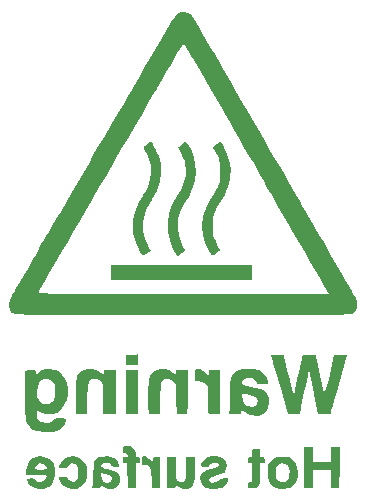
<source format=gbo>
%TF.GenerationSoftware,KiCad,Pcbnew,(5.99.0-11336-g5116fa6d12)*%
%TF.CreationDate,2021-08-09T23:44:28+02:00*%
%TF.ProjectId,CautionHot_Sign,43617574-696f-46e4-986f-745f5369676e,rev?*%
%TF.SameCoordinates,Original*%
%TF.FileFunction,Legend,Bot*%
%TF.FilePolarity,Positive*%
%FSLAX46Y46*%
G04 Gerber Fmt 4.6, Leading zero omitted, Abs format (unit mm)*
G04 Created by KiCad (PCBNEW (5.99.0-11336-g5116fa6d12)) date 2021-08-09 23:44:28*
%MOMM*%
%LPD*%
G01*
G04 APERTURE LIST*
G04 APERTURE END LIST*
%TO.C,G\u002A\u002A\u002A*%
G36*
X144285373Y-95354038D02*
G01*
X144394004Y-95512167D01*
X144526808Y-95743658D01*
X144665675Y-96014816D01*
X144792493Y-96291947D01*
X144889153Y-96541356D01*
X145058459Y-97232662D01*
X145102139Y-97992571D01*
X144999307Y-98748410D01*
X144751206Y-99491564D01*
X144359081Y-100213416D01*
X144340258Y-100242225D01*
X144049079Y-100710098D01*
X143840973Y-101102331D01*
X143701859Y-101454169D01*
X143617652Y-101800861D01*
X143574271Y-102177651D01*
X143573140Y-102194583D01*
X143584790Y-102901473D01*
X143718949Y-103531246D01*
X143978067Y-104095532D01*
X144098265Y-104305107D01*
X144180335Y-104468894D01*
X144201040Y-104542156D01*
X144176049Y-104563157D01*
X144058211Y-104654558D01*
X143883598Y-104786145D01*
X143784958Y-104855410D01*
X143626219Y-104946472D01*
X143539302Y-104967114D01*
X143450446Y-104864781D01*
X143326163Y-104658198D01*
X143186444Y-104386264D01*
X143049607Y-104086872D01*
X142933968Y-103797917D01*
X142857845Y-103557294D01*
X142822380Y-103409810D01*
X142733255Y-102966725D01*
X142695360Y-102592154D01*
X142705630Y-102231444D01*
X142761002Y-101829942D01*
X142786193Y-101693371D01*
X142894802Y-101245322D01*
X143045826Y-100834837D01*
X143259589Y-100413438D01*
X143556413Y-99932648D01*
X143596718Y-99869931D01*
X143789452Y-99540355D01*
X143960872Y-99204120D01*
X144077904Y-98925123D01*
X144183328Y-98510073D01*
X144234462Y-97951606D01*
X144201870Y-97380859D01*
X144090840Y-96834822D01*
X143906661Y-96350484D01*
X143654622Y-95964836D01*
X143617295Y-95914309D01*
X143610327Y-95835426D01*
X143686474Y-95732674D01*
X143863538Y-95572630D01*
X143996208Y-95462350D01*
X144146847Y-95347028D01*
X144223169Y-95302294D01*
X144285373Y-95354038D01*
G37*
G36*
X147210878Y-95376278D02*
G01*
X147308437Y-95469344D01*
X147426715Y-95665920D01*
X147589646Y-95980621D01*
X147774156Y-96401632D01*
X147969229Y-97129158D01*
X148030324Y-97879298D01*
X147958454Y-98627955D01*
X147754629Y-99351035D01*
X147419861Y-100024441D01*
X147240485Y-100314948D01*
X146991750Y-100736797D01*
X146809808Y-101080275D01*
X146681890Y-101372710D01*
X146595227Y-101641431D01*
X146537048Y-101913765D01*
X146535245Y-101924465D01*
X146494084Y-102615305D01*
X146601079Y-103296125D01*
X146855007Y-103959055D01*
X146871890Y-103992694D01*
X146992613Y-104233719D01*
X147083256Y-104415505D01*
X147125299Y-104500927D01*
X147109416Y-104536887D01*
X147004498Y-104642127D01*
X146831291Y-104780444D01*
X146515337Y-105012800D01*
X146375978Y-104807988D01*
X146122260Y-104386752D01*
X145826897Y-103675628D01*
X145673070Y-102937972D01*
X145660540Y-102186253D01*
X145789070Y-101432941D01*
X146058420Y-100690504D01*
X146468353Y-99971412D01*
X146817026Y-99390931D01*
X147064675Y-98786995D01*
X147185635Y-98182317D01*
X147187503Y-97551326D01*
X147158585Y-97310131D01*
X147090347Y-97002109D01*
X146976394Y-96673306D01*
X146804295Y-96289239D01*
X146561615Y-95815426D01*
X146577458Y-95778100D01*
X146682648Y-95671986D01*
X146856556Y-95532907D01*
X146982195Y-95442214D01*
X147110108Y-95372107D01*
X147210878Y-95376278D01*
G37*
G36*
X150352422Y-95649498D02*
G01*
X150633025Y-96175561D01*
X150872566Y-96881693D01*
X150982029Y-97612382D01*
X150954313Y-98335938D01*
X150945338Y-98398544D01*
X150844562Y-98913777D01*
X150693803Y-99377366D01*
X150473068Y-99840243D01*
X150162363Y-100353340D01*
X149869213Y-100834421D01*
X149660140Y-101269272D01*
X149532947Y-101684026D01*
X149474701Y-102121240D01*
X149472469Y-102623471D01*
X149491245Y-102954991D01*
X149530432Y-103259830D01*
X149598322Y-103516316D01*
X149706012Y-103779386D01*
X149814406Y-103999778D01*
X149938921Y-104222741D01*
X150033907Y-104360519D01*
X150089318Y-104425919D01*
X150109817Y-104509628D01*
X150011741Y-104596694D01*
X149863633Y-104706136D01*
X149680706Y-104849525D01*
X149623373Y-104893486D01*
X149517136Y-104945526D01*
X149421492Y-104924799D01*
X149318392Y-104815465D01*
X149189789Y-104601688D01*
X149017634Y-104267626D01*
X148852877Y-103900724D01*
X148646975Y-103199052D01*
X148585237Y-102487388D01*
X148665000Y-101746703D01*
X148751037Y-101383973D01*
X149038442Y-100618843D01*
X149467600Y-99880701D01*
X149566810Y-99726385D01*
X149739583Y-99425875D01*
X149891362Y-99128607D01*
X149903178Y-99103267D01*
X149987987Y-98904296D01*
X150042865Y-98719625D01*
X150074179Y-98508342D01*
X150088297Y-98229535D01*
X150091588Y-97842294D01*
X150091472Y-97742179D01*
X150086562Y-97385648D01*
X150069419Y-97126869D01*
X150033226Y-96923872D01*
X149971168Y-96734689D01*
X149876431Y-96517349D01*
X149756890Y-96276436D01*
X149641155Y-96075070D01*
X149558931Y-95966584D01*
X149554586Y-95962961D01*
X149477954Y-95879790D01*
X149481944Y-95799302D01*
X149581576Y-95693672D01*
X149791872Y-95535075D01*
X150127157Y-95294292D01*
X150352422Y-95649498D01*
G37*
G36*
X152818353Y-107031118D02*
G01*
X140865411Y-107031118D01*
X140865411Y-105761118D01*
X152818353Y-105761118D01*
X152818353Y-107031118D01*
G37*
G36*
X161560724Y-108607683D02*
G01*
X161647515Y-108808957D01*
X161694029Y-108958129D01*
X161707929Y-109070563D01*
X161707890Y-109082209D01*
X161647416Y-109438316D01*
X161484301Y-109724972D01*
X161236606Y-109910009D01*
X161215339Y-109916998D01*
X161147310Y-109929238D01*
X161037382Y-109940446D01*
X160879581Y-109950668D01*
X160667935Y-109959949D01*
X160396470Y-109968332D01*
X160059214Y-109975862D01*
X159650194Y-109982584D01*
X159163436Y-109988543D01*
X158592969Y-109993782D01*
X157932819Y-109998347D01*
X157177013Y-110002282D01*
X156319579Y-110005631D01*
X155354544Y-110008440D01*
X154275933Y-110010752D01*
X153077776Y-110012613D01*
X151754099Y-110014066D01*
X150298929Y-110015157D01*
X148706293Y-110015930D01*
X146970218Y-110016429D01*
X145922792Y-110016687D01*
X144281894Y-110017195D01*
X142780408Y-110017635D01*
X141412070Y-110017821D01*
X140170615Y-110017567D01*
X139049781Y-110016687D01*
X138043302Y-110014994D01*
X137144915Y-110012302D01*
X136348356Y-110008425D01*
X135647360Y-110003177D01*
X135035663Y-109996371D01*
X134507002Y-109987822D01*
X134055111Y-109977342D01*
X133673728Y-109964745D01*
X133356588Y-109949847D01*
X133097427Y-109932459D01*
X132889980Y-109912396D01*
X132727984Y-109889471D01*
X132605175Y-109863499D01*
X132515288Y-109834293D01*
X132452059Y-109801667D01*
X132409225Y-109765434D01*
X132380521Y-109725408D01*
X132359684Y-109681404D01*
X132340448Y-109633234D01*
X132316550Y-109580713D01*
X132275450Y-109497114D01*
X132218619Y-109344549D01*
X132196662Y-109188819D01*
X132215713Y-109012155D01*
X132281906Y-108796787D01*
X132401375Y-108524946D01*
X132580252Y-108178862D01*
X132611507Y-108122840D01*
X134688582Y-108122840D01*
X134691780Y-108131459D01*
X134727111Y-108144264D01*
X134805126Y-108155901D01*
X134932102Y-108166423D01*
X135114316Y-108175883D01*
X135358048Y-108184334D01*
X135669576Y-108191828D01*
X136055177Y-108198418D01*
X136521130Y-108204158D01*
X137073713Y-108209101D01*
X137719203Y-108213298D01*
X138463881Y-108216804D01*
X139314022Y-108219670D01*
X140275906Y-108221951D01*
X141355811Y-108223698D01*
X142560015Y-108224965D01*
X143894796Y-108225804D01*
X145366432Y-108226269D01*
X146981201Y-108226412D01*
X159313564Y-108226412D01*
X158804745Y-107348618D01*
X158702509Y-107172085D01*
X158516505Y-106850595D01*
X158271233Y-106426449D01*
X157975186Y-105914342D01*
X157636859Y-105328971D01*
X157264744Y-104685032D01*
X156867336Y-103997220D01*
X156453128Y-103280233D01*
X156030615Y-102548765D01*
X155707586Y-101989541D01*
X155281705Y-101252422D01*
X154866656Y-100534222D01*
X154471564Y-99850724D01*
X154105555Y-99217709D01*
X153777753Y-98650959D01*
X153497285Y-98166256D01*
X153273276Y-97779382D01*
X153114851Y-97506118D01*
X153100237Y-97480937D01*
X152924833Y-97178326D01*
X152686143Y-96766032D01*
X152394466Y-96261867D01*
X152060099Y-95683643D01*
X151693342Y-95049174D01*
X151304493Y-94376270D01*
X150903850Y-93682746D01*
X150501712Y-92986412D01*
X150303197Y-92642619D01*
X149738883Y-91665493D01*
X149243237Y-90807630D01*
X148811756Y-90061347D01*
X148439934Y-89418963D01*
X148123268Y-88872796D01*
X147857254Y-88415164D01*
X147637387Y-88038385D01*
X147459162Y-87734777D01*
X147318076Y-87496657D01*
X147209624Y-87316345D01*
X147129302Y-87186158D01*
X147072606Y-87098414D01*
X147035031Y-87045432D01*
X147012073Y-87019529D01*
X146999228Y-87013023D01*
X146965862Y-87058851D01*
X146862999Y-87222955D01*
X146697797Y-87495368D01*
X146477000Y-87864709D01*
X146207351Y-88319597D01*
X145895593Y-88848650D01*
X145548468Y-89440488D01*
X145172720Y-90083730D01*
X144775091Y-90766993D01*
X144733991Y-90837744D01*
X144365996Y-91470959D01*
X143933240Y-92215228D01*
X143445043Y-93054536D01*
X142910729Y-93972867D01*
X142339618Y-94954207D01*
X141741034Y-95982540D01*
X141124298Y-97041851D01*
X140498733Y-98116125D01*
X139873661Y-99189347D01*
X139258404Y-100245502D01*
X138662284Y-101268575D01*
X138196102Y-102068795D01*
X137675670Y-102962741D01*
X137180560Y-103813830D01*
X136715769Y-104613443D01*
X136286294Y-105352960D01*
X135897132Y-106023761D01*
X135553281Y-106617227D01*
X135259737Y-107124739D01*
X135021498Y-107537675D01*
X134843561Y-107847417D01*
X134730924Y-108045345D01*
X134688582Y-108122840D01*
X132611507Y-108122840D01*
X132824671Y-107740765D01*
X133140767Y-107192886D01*
X133496858Y-106580636D01*
X133793337Y-106071099D01*
X134044227Y-105640243D01*
X134264275Y-105262788D01*
X134468230Y-104913456D01*
X134670837Y-104566969D01*
X134886846Y-104198047D01*
X135131004Y-103781412D01*
X135212130Y-103642696D01*
X135377096Y-103359993D01*
X135605714Y-102967800D01*
X135891584Y-102477105D01*
X136228309Y-101898897D01*
X136609491Y-101244167D01*
X137028733Y-100523903D01*
X137479636Y-99749094D01*
X137955804Y-98930730D01*
X138450837Y-98079800D01*
X138958339Y-97207294D01*
X139374543Y-96491718D01*
X139868272Y-95642932D01*
X140342639Y-94827512D01*
X140791452Y-94056101D01*
X141208515Y-93339345D01*
X141587633Y-92687886D01*
X141922614Y-92112368D01*
X142207262Y-91623436D01*
X142435384Y-91231733D01*
X142600784Y-90947902D01*
X142697269Y-90782588D01*
X142778680Y-90643201D01*
X142954917Y-90340860D01*
X143185880Y-89944178D01*
X143459420Y-89474038D01*
X143763386Y-88951324D01*
X144085632Y-88396919D01*
X144414005Y-87831706D01*
X144811987Y-87146903D01*
X145180305Y-86514788D01*
X145487082Y-85991370D01*
X145739227Y-85565876D01*
X145943650Y-85227538D01*
X146107258Y-84965585D01*
X146236962Y-84769248D01*
X146339670Y-84627756D01*
X146422290Y-84530339D01*
X146491731Y-84466228D01*
X146554903Y-84424653D01*
X146618713Y-84394842D01*
X146782359Y-84347960D01*
X147097512Y-84338439D01*
X147399505Y-84411660D01*
X147627174Y-84557744D01*
X147632140Y-84563408D01*
X147710474Y-84677136D01*
X147854151Y-84905564D01*
X148055279Y-85235459D01*
X148305968Y-85653586D01*
X148598324Y-86146714D01*
X148924457Y-86701608D01*
X149276474Y-87305037D01*
X149646483Y-87943765D01*
X150150728Y-88817206D01*
X150602447Y-89599583D01*
X151006908Y-90299988D01*
X151375217Y-90937625D01*
X151718480Y-91531698D01*
X152047803Y-92101412D01*
X152374293Y-92665971D01*
X152709055Y-93244580D01*
X153063197Y-93856444D01*
X153447823Y-94520766D01*
X153874040Y-95256751D01*
X154352954Y-96083604D01*
X154895672Y-97020530D01*
X155064694Y-97312323D01*
X155461440Y-97997313D01*
X155843718Y-98657408D01*
X156202893Y-99277696D01*
X156530334Y-99843263D01*
X156817407Y-100339199D01*
X157055478Y-100750590D01*
X157235915Y-101062524D01*
X157350084Y-101260088D01*
X157445757Y-101425796D01*
X157686952Y-101843273D01*
X157942362Y-102285062D01*
X158170562Y-102679500D01*
X158500152Y-103248884D01*
X158850189Y-103853571D01*
X159150589Y-104372476D01*
X159415277Y-104829645D01*
X159658177Y-105249126D01*
X159893216Y-105654966D01*
X160134316Y-106071214D01*
X160395404Y-106521915D01*
X160690404Y-107031118D01*
X160982045Y-107537645D01*
X161235653Y-107987389D01*
X161365063Y-108226412D01*
X161425992Y-108338948D01*
X161560724Y-108607683D01*
G37*
G36*
X143106593Y-113810677D02*
G01*
X143106588Y-114277588D01*
X142135411Y-114277588D01*
X142135411Y-113381118D01*
X142378206Y-113375368D01*
X142599462Y-113368329D01*
X142863799Y-113356692D01*
X143106599Y-113343765D01*
X143106593Y-113810677D01*
G37*
G36*
X139325943Y-114610460D02*
G01*
X139713452Y-114724335D01*
X140045545Y-114925649D01*
X140267764Y-115112635D01*
X140267764Y-114651118D01*
X141238941Y-114651118D01*
X141238941Y-118376945D01*
X140996147Y-118400355D01*
X140747954Y-118409408D01*
X140483997Y-118398271D01*
X140214640Y-118372777D01*
X140218822Y-117147465D01*
X140219287Y-116971748D01*
X140217989Y-116557642D01*
X140210732Y-116259041D01*
X140194895Y-116050800D01*
X140167857Y-115907776D01*
X140126996Y-115804827D01*
X140069693Y-115716810D01*
X139890729Y-115550788D01*
X139643158Y-115440258D01*
X139384530Y-115410490D01*
X139157370Y-115465739D01*
X139004207Y-115610257D01*
X138952993Y-115728980D01*
X138914713Y-115882956D01*
X138887755Y-116094382D01*
X138870088Y-116386239D01*
X138859679Y-116781510D01*
X138854496Y-117303177D01*
X138848353Y-118423765D01*
X138549529Y-118413093D01*
X138512839Y-118411773D01*
X138264532Y-118402468D01*
X138063941Y-118394416D01*
X137877176Y-118386412D01*
X137877292Y-116910971D01*
X137878040Y-116604182D01*
X137885529Y-116096479D01*
X137904824Y-115706275D01*
X137940500Y-115412398D01*
X137997132Y-115193677D01*
X138079296Y-115028940D01*
X138191568Y-114897016D01*
X138338523Y-114776732D01*
X138561114Y-114660421D01*
X138927128Y-114587873D01*
X139325943Y-114610460D01*
G37*
G36*
X143106745Y-116537441D02*
G01*
X143106901Y-118423765D01*
X142135411Y-118373663D01*
X142135411Y-114651118D01*
X143106588Y-114651118D01*
X143106745Y-116537441D01*
G37*
G36*
X145794008Y-114673781D02*
G01*
X146133773Y-114886659D01*
X146393647Y-115114831D01*
X146393647Y-114651118D01*
X147364823Y-114651118D01*
X147364823Y-116512539D01*
X147363948Y-116915903D01*
X147358518Y-117465884D01*
X147347778Y-117880698D01*
X147331332Y-118169163D01*
X147308782Y-118340099D01*
X147279731Y-118402325D01*
X147227149Y-118411857D01*
X147049110Y-118423981D01*
X146812819Y-118427227D01*
X146431000Y-118423765D01*
X146393647Y-117128778D01*
X146356294Y-115833792D01*
X146112321Y-115615984D01*
X145991904Y-115523120D01*
X145711648Y-115406576D01*
X145443081Y-115421461D01*
X145213163Y-115569177D01*
X145166073Y-115624447D01*
X145120532Y-115704954D01*
X145087995Y-115818934D01*
X145065671Y-115989572D01*
X145050767Y-116240057D01*
X145040492Y-116593576D01*
X145032052Y-117073316D01*
X145011588Y-118406456D01*
X144619382Y-118401414D01*
X144475372Y-118399345D01*
X144249245Y-118395184D01*
X144109611Y-118391392D01*
X144072573Y-118341682D01*
X144037977Y-118166374D01*
X144014398Y-117889424D01*
X144001379Y-117536786D01*
X143998460Y-117134414D01*
X144005181Y-116708260D01*
X144021084Y-116284277D01*
X144045710Y-115888419D01*
X144078598Y-115546638D01*
X144119291Y-115284889D01*
X144167328Y-115129123D01*
X144315362Y-114922114D01*
X144608170Y-114712485D01*
X145005354Y-114603036D01*
X145393050Y-114585495D01*
X145794008Y-114673781D01*
G37*
G36*
X148366597Y-114610789D02*
G01*
X148677648Y-114766555D01*
X148962101Y-115027696D01*
X149157764Y-115260229D01*
X149157764Y-114643988D01*
X149623558Y-114666230D01*
X150089352Y-114688471D01*
X150096174Y-116518765D01*
X150097186Y-116897345D01*
X150097234Y-117369620D01*
X150095874Y-117775631D01*
X150093235Y-118094592D01*
X150089445Y-118305717D01*
X150084632Y-118388219D01*
X150046950Y-118405155D01*
X149905303Y-118415288D01*
X149645074Y-118411838D01*
X149251147Y-118394928D01*
X149200991Y-118390428D01*
X149151684Y-118368066D01*
X149118484Y-118306708D01*
X149098207Y-118184270D01*
X149087668Y-117978670D01*
X149083680Y-117667824D01*
X149083058Y-117229649D01*
X149083058Y-116072887D01*
X148877617Y-115847313D01*
X148755696Y-115730694D01*
X148573994Y-115638190D01*
X148317364Y-115603340D01*
X148200716Y-115594207D01*
X148026777Y-115565148D01*
X147955040Y-115528912D01*
X147948807Y-115401391D01*
X147948563Y-115156423D01*
X147955000Y-114837883D01*
X147968153Y-114685288D01*
X148023395Y-114596292D01*
X148152945Y-114576412D01*
X148366597Y-114610789D01*
G37*
G36*
X155377491Y-113372014D02*
G01*
X155458969Y-113384775D01*
X155471509Y-113419624D01*
X155516174Y-113580601D01*
X155586777Y-113853342D01*
X155678121Y-114217303D01*
X155785009Y-114651939D01*
X155902241Y-115136706D01*
X155983036Y-115468085D01*
X156093790Y-115904099D01*
X156191591Y-116267934D01*
X156271261Y-116541241D01*
X156327623Y-116705673D01*
X156355499Y-116742883D01*
X156361297Y-116723369D01*
X156396190Y-116575665D01*
X156453479Y-116312401D01*
X156528245Y-115956852D01*
X156615574Y-115532294D01*
X156710548Y-115062000D01*
X156744269Y-114894769D01*
X156838033Y-114442662D01*
X156923700Y-114047613D01*
X156996184Y-113732030D01*
X157050399Y-113518315D01*
X157081259Y-113428876D01*
X157084586Y-113425933D01*
X157189931Y-113399879D01*
X157390945Y-113381963D01*
X157638817Y-113373061D01*
X157884736Y-113374051D01*
X158079890Y-113385810D01*
X158175469Y-113409214D01*
X158185228Y-113437807D01*
X158222856Y-113591094D01*
X158282810Y-113857977D01*
X158360536Y-114217585D01*
X158451484Y-114649046D01*
X158551100Y-115131490D01*
X158613316Y-115430338D01*
X158709281Y-115869650D01*
X158795365Y-116237927D01*
X158866876Y-116516268D01*
X158919120Y-116685771D01*
X158947404Y-116727537D01*
X158957820Y-116699397D01*
X159003024Y-116542190D01*
X159074304Y-116271990D01*
X159165968Y-115911049D01*
X159272326Y-115481625D01*
X159387685Y-115005971D01*
X159777776Y-113381118D01*
X160865488Y-113381118D01*
X160162683Y-115827736D01*
X160035057Y-116271874D01*
X159877440Y-116819927D01*
X159736323Y-117310100D01*
X159616648Y-117725247D01*
X159523360Y-118048220D01*
X159461403Y-118261873D01*
X159435720Y-118349059D01*
X159375558Y-118380567D01*
X159189536Y-118396607D01*
X158905051Y-118386412D01*
X158398540Y-118349059D01*
X158075969Y-116780236D01*
X158048631Y-116647130D01*
X157951141Y-116170060D01*
X157862586Y-115733149D01*
X157788300Y-115362938D01*
X157733616Y-115085962D01*
X157703868Y-114928762D01*
X157692835Y-114870356D01*
X157654253Y-114721444D01*
X157623617Y-114676834D01*
X157608758Y-114724678D01*
X157566834Y-114901585D01*
X157503445Y-115189448D01*
X157422932Y-115568075D01*
X157329638Y-116017276D01*
X157227906Y-116516859D01*
X157149727Y-116901501D01*
X157053893Y-117364685D01*
X156969722Y-117762169D01*
X156901575Y-118073740D01*
X156853810Y-118279185D01*
X156830786Y-118358293D01*
X156757086Y-118375677D01*
X156572529Y-118393833D01*
X156321298Y-118407094D01*
X155843941Y-118423765D01*
X155125739Y-115921118D01*
X154982027Y-115418930D01*
X154827129Y-114874209D01*
X154690746Y-114390865D01*
X154577466Y-113985333D01*
X154491875Y-113674047D01*
X154438559Y-113473440D01*
X154422106Y-113399947D01*
X154426896Y-113396955D01*
X154528653Y-113382486D01*
X154722828Y-113372052D01*
X154961184Y-113366358D01*
X155195484Y-113366110D01*
X155377491Y-113372014D01*
G37*
G36*
X154237354Y-117420264D02*
G01*
X154181945Y-117839868D01*
X154027816Y-118158755D01*
X153767226Y-118393693D01*
X153729292Y-118416556D01*
X153553102Y-118491916D01*
X153337566Y-118523004D01*
X153028788Y-118518965D01*
X152842938Y-118506719D01*
X152606295Y-118468587D01*
X152423219Y-118391684D01*
X152233175Y-118256003D01*
X151936831Y-118017855D01*
X151890580Y-118202134D01*
X151881487Y-118236084D01*
X151841193Y-118319197D01*
X151758398Y-118364247D01*
X151597479Y-118382798D01*
X151322812Y-118386412D01*
X151191483Y-118385345D01*
X150957448Y-118371641D01*
X150836017Y-118337895D01*
X150801294Y-118278762D01*
X150807261Y-118233032D01*
X150876000Y-118124941D01*
X150890865Y-118095841D01*
X150915698Y-117934623D01*
X150934548Y-117648782D01*
X150946517Y-117254620D01*
X150950331Y-116811995D01*
X151921882Y-116811995D01*
X151923153Y-116863770D01*
X151991004Y-117198883D01*
X152144831Y-117483963D01*
X152360522Y-117671744D01*
X152520698Y-117740299D01*
X152812926Y-117785749D01*
X153049805Y-117717728D01*
X153208603Y-117546052D01*
X153266588Y-117280536D01*
X153266096Y-117256117D01*
X153224050Y-117092543D01*
X153098718Y-116964681D01*
X152868168Y-116857293D01*
X152510471Y-116755140D01*
X152408750Y-116729625D01*
X152187568Y-116669590D01*
X152043559Y-116624177D01*
X151997427Y-116611903D01*
X151937623Y-116652878D01*
X151921882Y-116811995D01*
X150950331Y-116811995D01*
X150950706Y-116768440D01*
X150951438Y-116475321D01*
X150957302Y-116043029D01*
X150970608Y-115723089D01*
X150993231Y-115491608D01*
X151027047Y-115324687D01*
X151073931Y-115198431D01*
X151142911Y-115073711D01*
X151355259Y-114842671D01*
X151655088Y-114686652D01*
X152059748Y-114598454D01*
X152586591Y-114570880D01*
X152910610Y-114587269D01*
X153375286Y-114691456D01*
X153729970Y-114893911D01*
X153978381Y-115197132D01*
X154124239Y-115603618D01*
X154174930Y-115846412D01*
X153683406Y-115846412D01*
X153564534Y-115845473D01*
X153338960Y-115831807D01*
X153224015Y-115796880D01*
X153191882Y-115734353D01*
X153180898Y-115658919D01*
X153064402Y-115488316D01*
X152849254Y-115368621D01*
X152571161Y-115323471D01*
X152337081Y-115343955D01*
X152103120Y-115446742D01*
X151971369Y-115642665D01*
X151968036Y-115789022D01*
X152096720Y-115933929D01*
X152369949Y-116049650D01*
X152788850Y-116136868D01*
X153060949Y-116183398D01*
X153521308Y-116306382D01*
X153855404Y-116475222D01*
X154077003Y-116701674D01*
X154199868Y-116997495D01*
X154228323Y-117280536D01*
X154237764Y-117374443D01*
X154237354Y-117420264D01*
G37*
G36*
X137096113Y-117224352D02*
G01*
X136909923Y-117668097D01*
X136632694Y-118026806D01*
X136561609Y-118090580D01*
X136292881Y-118265451D01*
X135976888Y-118358802D01*
X135566855Y-118386412D01*
X135330280Y-118376428D01*
X135083714Y-118321387D01*
X134862013Y-118201899D01*
X134590117Y-118017385D01*
X134590117Y-118392059D01*
X134626055Y-118706804D01*
X134756163Y-118949980D01*
X134990168Y-119089133D01*
X135337348Y-119133471D01*
X135573992Y-119120890D01*
X135748906Y-119065431D01*
X135890927Y-118946706D01*
X135976248Y-118865236D01*
X136100702Y-118797911D01*
X136279384Y-118767227D01*
X136559713Y-118759941D01*
X136614520Y-118760004D01*
X136857230Y-118765465D01*
X136989435Y-118787780D01*
X137044335Y-118838214D01*
X137055132Y-118928030D01*
X137053576Y-118969143D01*
X136962984Y-119255455D01*
X136749521Y-119519168D01*
X136436412Y-119738118D01*
X136046882Y-119890145D01*
X136032043Y-119893730D01*
X135834548Y-119917595D01*
X135550810Y-119927612D01*
X135237007Y-119921599D01*
X135177478Y-119918404D01*
X134671268Y-119851493D01*
X134281296Y-119713051D01*
X133989478Y-119493952D01*
X133777733Y-119185070D01*
X133740826Y-119109149D01*
X133695592Y-119001062D01*
X133661019Y-118882188D01*
X133635511Y-118732724D01*
X133617469Y-118532865D01*
X133605297Y-118262808D01*
X133597396Y-117902751D01*
X133592169Y-117432890D01*
X133588019Y-116833421D01*
X133586509Y-116472839D01*
X134590117Y-116472839D01*
X134591162Y-116565188D01*
X134627566Y-116926750D01*
X134725611Y-117194408D01*
X134898451Y-117408062D01*
X135041304Y-117502825D01*
X135332586Y-117559591D01*
X135596289Y-117529166D01*
X135867818Y-117404462D01*
X136046224Y-117176085D01*
X136137233Y-116835703D01*
X136146571Y-116374984D01*
X136142144Y-116299674D01*
X136118658Y-116035594D01*
X136077314Y-115864193D01*
X136001519Y-115738999D01*
X135874679Y-115613542D01*
X135781230Y-115538593D01*
X135494490Y-115404924D01*
X135218331Y-115403534D01*
X134971284Y-115522026D01*
X134771878Y-115748005D01*
X134638646Y-116069074D01*
X134590117Y-116472839D01*
X133586509Y-116472839D01*
X133585837Y-116312355D01*
X133585848Y-115823430D01*
X133587971Y-115401607D01*
X133592035Y-115067460D01*
X133597871Y-114841566D01*
X133605308Y-114744500D01*
X133629239Y-114714739D01*
X133785473Y-114667328D01*
X134075169Y-114651118D01*
X134076739Y-114651118D01*
X134321739Y-114655297D01*
X134452926Y-114677809D01*
X134505688Y-114733667D01*
X134515411Y-114837883D01*
X134533959Y-114960715D01*
X134590117Y-115024647D01*
X134607793Y-115022694D01*
X134664823Y-114956034D01*
X134685493Y-114894160D01*
X134817645Y-114779137D01*
X135038666Y-114677175D01*
X135309523Y-114604269D01*
X135591188Y-114576412D01*
X135696073Y-114578190D01*
X136111466Y-114636285D01*
X136445290Y-114788496D01*
X136737088Y-115051205D01*
X136906390Y-115286080D01*
X137096404Y-115726434D01*
X137190559Y-116219167D01*
X137190407Y-116374984D01*
X137190060Y-116729924D01*
X137096113Y-117224352D01*
G37*
G36*
X142332865Y-121110875D02*
G01*
X142469040Y-121137232D01*
X142747602Y-121256997D01*
X142906626Y-121456881D01*
X142957176Y-121748177D01*
X142957243Y-121774200D01*
X142970129Y-121953757D01*
X143023612Y-122030690D01*
X143143941Y-122047000D01*
X143253959Y-122059261D01*
X143316752Y-122131649D01*
X143330706Y-122308471D01*
X143321948Y-122462496D01*
X143270242Y-122550406D01*
X143143941Y-122569941D01*
X142957176Y-122569941D01*
X142957176Y-124661706D01*
X142288926Y-124661706D01*
X142247470Y-122535238D01*
X142060706Y-122533913D01*
X141975113Y-122526333D01*
X141886816Y-122460420D01*
X141850531Y-122289794D01*
X141845882Y-122130670D01*
X141902149Y-122060166D01*
X142061168Y-122047000D01*
X142176436Y-122041611D01*
X142265858Y-121996507D01*
X142271343Y-121878912D01*
X142210956Y-121749086D01*
X142042029Y-121687185D01*
X141928728Y-121664181D01*
X141853451Y-121586900D01*
X141836588Y-121411447D01*
X141849285Y-121245783D01*
X141916566Y-121126005D01*
X142068078Y-121086899D01*
X142332865Y-121110875D01*
G37*
G36*
X143724121Y-121981004D02*
G01*
X143913888Y-122063255D01*
X144112518Y-122204151D01*
X144376588Y-122436008D01*
X144376588Y-122241504D01*
X144376775Y-122218286D01*
X144397708Y-122104791D01*
X144483169Y-122056864D01*
X144675411Y-122047000D01*
X144974235Y-122047000D01*
X144974235Y-124661706D01*
X144314739Y-124661706D01*
X144289634Y-123796422D01*
X144273918Y-123419557D01*
X144241249Y-123108319D01*
X144181837Y-122904866D01*
X144084098Y-122787012D01*
X143936450Y-122732570D01*
X143727309Y-122719353D01*
X143595661Y-122715076D01*
X143514450Y-122677107D01*
X143484446Y-122566882D01*
X143480117Y-122345824D01*
X143481821Y-122199096D01*
X143500394Y-122047654D01*
X143554943Y-121984774D01*
X143664283Y-121972294D01*
X143724121Y-121981004D01*
G37*
G36*
X153455876Y-121344900D02*
G01*
X153485532Y-121453688D01*
X153490706Y-121674308D01*
X153492448Y-121822934D01*
X153511250Y-121972914D01*
X153566535Y-122034853D01*
X153677470Y-122047000D01*
X153787488Y-122059261D01*
X153850281Y-122131649D01*
X153864235Y-122308471D01*
X153855477Y-122462496D01*
X153803772Y-122550406D01*
X153677470Y-122569941D01*
X153490706Y-122569941D01*
X153490706Y-123449789D01*
X153490567Y-123530782D01*
X153483535Y-123923465D01*
X153463774Y-124197709D01*
X153428370Y-124379712D01*
X153374411Y-124495672D01*
X153361429Y-124513561D01*
X153259650Y-124606044D01*
X153105695Y-124650336D01*
X152851469Y-124661706D01*
X152444823Y-124661706D01*
X152444823Y-124400236D01*
X152453581Y-124246210D01*
X152505287Y-124158300D01*
X152631588Y-124138765D01*
X152818353Y-124138765D01*
X152818353Y-122569941D01*
X152631588Y-122569941D01*
X152521570Y-122557680D01*
X152458777Y-122485293D01*
X152444823Y-122308471D01*
X152453581Y-122154446D01*
X152505287Y-122066536D01*
X152631588Y-122047000D01*
X152678015Y-122045942D01*
X152771130Y-122017934D01*
X152810334Y-121921336D01*
X152818353Y-121715858D01*
X152829956Y-121513792D01*
X152889006Y-121390612D01*
X153029464Y-121332675D01*
X153285264Y-121310522D01*
X153380536Y-121310402D01*
X153455876Y-121344900D01*
G37*
G36*
X157973058Y-122420530D02*
G01*
X159467176Y-122420530D01*
X159467176Y-121150530D01*
X160217654Y-121150530D01*
X160206597Y-122906118D01*
X160195539Y-124661706D01*
X159467176Y-124661706D01*
X159467176Y-123092883D01*
X157973058Y-123092883D01*
X157973058Y-124661706D01*
X157226000Y-124661706D01*
X157226000Y-121150530D01*
X157973058Y-121150530D01*
X157973058Y-122420530D01*
G37*
G36*
X136136010Y-123517593D02*
G01*
X136057832Y-123904332D01*
X135866454Y-124282911D01*
X135564883Y-124568070D01*
X135503683Y-124605595D01*
X135163697Y-124719630D01*
X134785133Y-124726609D01*
X134410595Y-124635717D01*
X134082683Y-124456139D01*
X133844000Y-124197059D01*
X133823507Y-124162028D01*
X133749568Y-123999183D01*
X133739280Y-123901249D01*
X133757349Y-123886652D01*
X133887933Y-123853272D01*
X134090968Y-123839941D01*
X134179442Y-123842182D01*
X134380990Y-123883472D01*
X134498074Y-123989353D01*
X134516385Y-124014744D01*
X134683703Y-124119500D01*
X134908733Y-124146595D01*
X135132390Y-124097261D01*
X135295587Y-123972731D01*
X135370415Y-123834558D01*
X135411882Y-123673907D01*
X135411203Y-123657182D01*
X135388990Y-123605143D01*
X135316922Y-123571363D01*
X135170117Y-123551996D01*
X134923692Y-123543196D01*
X134552764Y-123541118D01*
X133693647Y-123541118D01*
X133693647Y-123220771D01*
X133719531Y-122975404D01*
X133728622Y-122948807D01*
X134440706Y-122948807D01*
X134452961Y-123019416D01*
X134516063Y-123066710D01*
X134662922Y-123087959D01*
X134926294Y-123092883D01*
X135041578Y-123091758D01*
X135283943Y-123071397D01*
X135397400Y-123014656D01*
X135396448Y-122907520D01*
X135295587Y-122735976D01*
X135271011Y-122704624D01*
X135091985Y-122589487D01*
X134874485Y-122567528D01*
X134663467Y-122627557D01*
X134503889Y-122758381D01*
X134440706Y-122948807D01*
X133728622Y-122948807D01*
X133841394Y-122618877D01*
X134040133Y-122314005D01*
X134290128Y-122108557D01*
X134499220Y-122030254D01*
X134842733Y-121978617D01*
X135189361Y-121993688D01*
X135471621Y-122077255D01*
X135756492Y-122281426D01*
X135998425Y-122614595D01*
X136121957Y-123014656D01*
X136127139Y-123031437D01*
X136136010Y-123517593D01*
G37*
G36*
X137952066Y-122004707D02*
G01*
X138248844Y-122106403D01*
X138434467Y-122242059D01*
X138655052Y-122532898D01*
X138793479Y-122892920D01*
X138849709Y-123289823D01*
X138823703Y-123691301D01*
X138715420Y-124065050D01*
X138524823Y-124378768D01*
X138251871Y-124600149D01*
X138009610Y-124696596D01*
X137619681Y-124743683D01*
X137242982Y-124674637D01*
X136909485Y-124501531D01*
X136649163Y-124236433D01*
X136491986Y-123891414D01*
X136472549Y-123803818D01*
X136484847Y-123725451D01*
X136578466Y-123695403D01*
X136787444Y-123690530D01*
X136807618Y-123690574D01*
X137022033Y-123704779D01*
X137141961Y-123759310D01*
X137217762Y-123875858D01*
X137263272Y-123954373D01*
X137440138Y-124096393D01*
X137655767Y-124130588D01*
X137862776Y-124056975D01*
X138013780Y-123875570D01*
X138043044Y-123796946D01*
X138091740Y-123525538D01*
X138096707Y-123217309D01*
X138059616Y-122932633D01*
X137982137Y-122731889D01*
X137968257Y-122713582D01*
X137796492Y-122599652D01*
X137580230Y-122574220D01*
X137376702Y-122633920D01*
X137243138Y-122775383D01*
X137241386Y-122779340D01*
X137168710Y-122882793D01*
X137041785Y-122931369D01*
X136813579Y-122943471D01*
X136695419Y-122941204D01*
X136524813Y-122926874D01*
X136457764Y-122903718D01*
X136486767Y-122783999D01*
X136584814Y-122579081D01*
X136720708Y-122365155D01*
X136861432Y-122199799D01*
X136967521Y-122123802D01*
X137257530Y-122017033D01*
X137603670Y-121976126D01*
X137952066Y-122004707D01*
G37*
G36*
X141597991Y-124167128D02*
G01*
X141535099Y-124347829D01*
X141394099Y-124518041D01*
X141228980Y-124643631D01*
X140919499Y-124740549D01*
X140579778Y-124710275D01*
X140240836Y-124551899D01*
X140149608Y-124490701D01*
X140027145Y-124420359D01*
X139977969Y-124429825D01*
X139968941Y-124514546D01*
X139967034Y-124550633D01*
X139929103Y-124621663D01*
X139814649Y-124654026D01*
X139587419Y-124661706D01*
X139468560Y-124660682D01*
X139305381Y-124647074D01*
X139247588Y-124607895D01*
X139265177Y-124530971D01*
X139270104Y-124517121D01*
X139295635Y-124369500D01*
X139322125Y-124111319D01*
X139346716Y-123774685D01*
X139365852Y-123405230D01*
X140043647Y-123405230D01*
X140043647Y-123657028D01*
X140068439Y-123833670D01*
X140207145Y-124061149D01*
X140304914Y-124135813D01*
X140525192Y-124213017D01*
X140730096Y-124187118D01*
X140881209Y-124068304D01*
X140940117Y-123866762D01*
X140939902Y-123846356D01*
X140919802Y-123731975D01*
X140845293Y-123650520D01*
X140685747Y-123580898D01*
X140410534Y-123502013D01*
X140043647Y-123405230D01*
X139365852Y-123405230D01*
X139366552Y-123391706D01*
X139370409Y-123304674D01*
X139392057Y-122933370D01*
X139418499Y-122618547D01*
X139446743Y-122391161D01*
X139473796Y-122282172D01*
X139593535Y-122172224D01*
X139842182Y-122064688D01*
X140159399Y-121996765D01*
X140501810Y-121973781D01*
X140826037Y-122001059D01*
X141088704Y-122083926D01*
X141281843Y-122215587D01*
X141468770Y-122446704D01*
X141537764Y-122698623D01*
X141536964Y-122732369D01*
X141508445Y-122821461D01*
X141409809Y-122860268D01*
X141201588Y-122868765D01*
X141069768Y-122864873D01*
X140912480Y-122832064D01*
X140865411Y-122759335D01*
X140829471Y-122661926D01*
X140689740Y-122559676D01*
X140492569Y-122504516D01*
X140289804Y-122508800D01*
X140133294Y-122584883D01*
X140104722Y-122616005D01*
X140039126Y-122775911D01*
X140114509Y-122913976D01*
X140323794Y-123014249D01*
X140361990Y-123024536D01*
X140578844Y-123072673D01*
X140737076Y-123092466D01*
X140888286Y-123116527D01*
X141129913Y-123203364D01*
X141359254Y-123324370D01*
X141509056Y-123448528D01*
X141537872Y-123502012D01*
X141588836Y-123696736D01*
X141603751Y-123866762D01*
X141610094Y-123939070D01*
X141597991Y-124167128D01*
G37*
G36*
X146318941Y-122943471D02*
G01*
X146319045Y-123044269D01*
X146322985Y-123401574D01*
X146335705Y-123645473D01*
X146361387Y-123805227D01*
X146404209Y-123910100D01*
X146468353Y-123989353D01*
X146520926Y-124033388D01*
X146729580Y-124121490D01*
X146953194Y-124128734D01*
X147125764Y-124049118D01*
X147149554Y-124006490D01*
X147186317Y-123815687D01*
X147208181Y-123482289D01*
X147215411Y-123003235D01*
X147215411Y-122047000D01*
X147962470Y-122047000D01*
X147962354Y-123036853D01*
X147959582Y-123330818D01*
X147937194Y-123782137D01*
X147887384Y-124117615D01*
X147804234Y-124358440D01*
X147681824Y-124525802D01*
X147514235Y-124640889D01*
X147330665Y-124706999D01*
X146971627Y-124718767D01*
X146596207Y-124595053D01*
X146448365Y-124525598D01*
X146346484Y-124504573D01*
X146318941Y-124557701D01*
X146301762Y-124602258D01*
X146186692Y-124647816D01*
X145945411Y-124661706D01*
X145571882Y-124661706D01*
X145571882Y-122047000D01*
X146318941Y-122047000D01*
X146318941Y-122943471D01*
G37*
G36*
X150093632Y-122053027D02*
G01*
X150382083Y-122201520D01*
X150579879Y-122425580D01*
X150602999Y-122473609D01*
X150665232Y-122757028D01*
X150631505Y-123045282D01*
X150507278Y-123274530D01*
X150431077Y-123345886D01*
X150307408Y-123425171D01*
X150128262Y-123500222D01*
X149863491Y-123583149D01*
X149482946Y-123686067D01*
X149321003Y-123742252D01*
X149155174Y-123858082D01*
X149112525Y-123989738D01*
X149205330Y-124118118D01*
X149208896Y-124120699D01*
X149449163Y-124208904D01*
X149713218Y-124175438D01*
X149948968Y-124026706D01*
X150008646Y-123971970D01*
X150200510Y-123868699D01*
X150463298Y-123839941D01*
X150790864Y-123839941D01*
X150724511Y-124071299D01*
X150661905Y-124246415D01*
X150500919Y-124474007D01*
X150241029Y-124632876D01*
X150080453Y-124684026D01*
X149732576Y-124727680D01*
X149347151Y-124715524D01*
X148988207Y-124646844D01*
X148933992Y-124628661D01*
X148653117Y-124450563D01*
X148474066Y-124173469D01*
X148410985Y-123817698D01*
X148412019Y-123780458D01*
X148496928Y-123494330D01*
X148699317Y-123268600D01*
X148992652Y-123134438D01*
X149302867Y-123058131D01*
X149626861Y-122965527D01*
X149835212Y-122883320D01*
X149946556Y-122803658D01*
X149979529Y-122718690D01*
X149963817Y-122647813D01*
X149852201Y-122546718D01*
X149672681Y-122503392D01*
X149472093Y-122517785D01*
X149297275Y-122589846D01*
X149195062Y-122719527D01*
X149150906Y-122800330D01*
X149036188Y-122854463D01*
X148816554Y-122868765D01*
X148623375Y-122855828D01*
X148501631Y-122792749D01*
X148495577Y-122657079D01*
X148594179Y-122426893D01*
X148772996Y-122214240D01*
X149054207Y-122060708D01*
X149392708Y-121982646D01*
X149751512Y-121980077D01*
X150093632Y-122053027D01*
G37*
G36*
X156521413Y-124108699D02*
G01*
X156300519Y-124418479D01*
X155993353Y-124635684D01*
X155832306Y-124686936D01*
X155518841Y-124721457D01*
X155176285Y-124706057D01*
X154862510Y-124644748D01*
X154635391Y-124541542D01*
X154522581Y-124453350D01*
X154321995Y-124252903D01*
X154200966Y-124030823D01*
X154141526Y-123745258D01*
X154125706Y-123354353D01*
X154128004Y-123194504D01*
X154792663Y-123194504D01*
X154792773Y-123497380D01*
X154857443Y-123778976D01*
X154988990Y-123993520D01*
X155094521Y-124067791D01*
X155329855Y-124132312D01*
X155576624Y-124116311D01*
X155767567Y-124017701D01*
X155784850Y-123998555D01*
X155886944Y-123811453D01*
X155960503Y-123564688D01*
X155981268Y-123335677D01*
X155975626Y-123248040D01*
X155965338Y-123069616D01*
X155940201Y-122941483D01*
X155804001Y-122737192D01*
X155585320Y-122607635D01*
X155323341Y-122571098D01*
X155057251Y-122645866D01*
X154976845Y-122708014D01*
X154854793Y-122916124D01*
X154792663Y-123194504D01*
X154128004Y-123194504D01*
X154128386Y-123167968D01*
X154160914Y-122828717D01*
X154244928Y-122576279D01*
X154398592Y-122368612D01*
X154640064Y-122163675D01*
X154665626Y-122146092D01*
X154915281Y-122049057D01*
X155243587Y-122002265D01*
X155596100Y-122005724D01*
X155918373Y-122059444D01*
X156155963Y-122163433D01*
X156260837Y-122249929D01*
X156501716Y-122560261D01*
X156646186Y-122932125D01*
X156696274Y-123334701D01*
X156696172Y-123335677D01*
X156654007Y-123737166D01*
X156521413Y-124108699D01*
G37*
%TD*%
M02*

</source>
